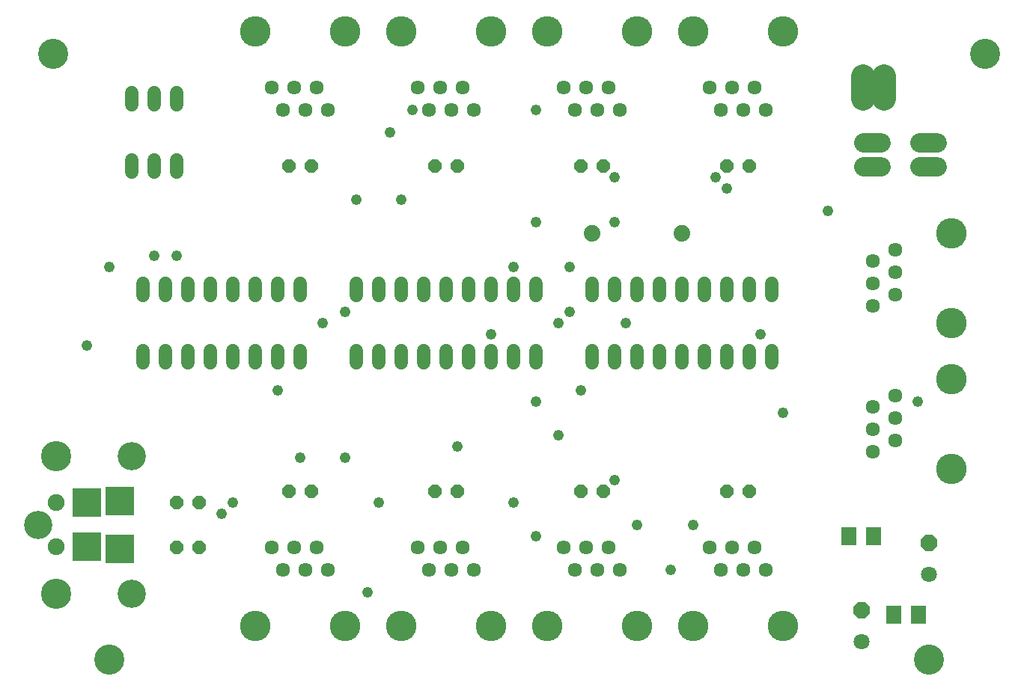
<source format=gbs>
G75*
G70*
%OFA0B0*%
%FSLAX24Y24*%
%IPPOS*%
%LPD*%
%AMOC8*
5,1,8,0,0,1.08239X$1,22.5*
%
%ADD10C,0.1340*%
%ADD11C,0.0600*%
%ADD12C,0.0634*%
%ADD13C,0.1360*%
%ADD14OC8,0.0600*%
%ADD15C,0.0740*%
%ADD16C,0.0867*%
%ADD17C,0.1261*%
%ADD18C,0.1346*%
%ADD19R,0.1261X0.1261*%
%ADD20C,0.0749*%
%ADD21C,0.1080*%
%ADD22R,0.0710X0.0789*%
%ADD23OC8,0.0710*%
%ADD24C,0.0710*%
%ADD25C,0.0480*%
D10*
X004105Y001712D03*
X040605Y001712D03*
X043105Y028712D03*
X001605Y028712D03*
D11*
X005105Y026972D02*
X005105Y026452D01*
X006105Y026452D02*
X006105Y026972D01*
X007105Y026972D02*
X007105Y026452D01*
X007105Y023972D02*
X007105Y023452D01*
X006105Y023452D02*
X006105Y023972D01*
X005105Y023972D02*
X005105Y023452D01*
X005605Y018472D02*
X005605Y017952D01*
X006605Y017952D02*
X006605Y018472D01*
X007605Y018472D02*
X007605Y017952D01*
X008605Y017952D02*
X008605Y018472D01*
X009605Y018472D02*
X009605Y017952D01*
X010605Y017952D02*
X010605Y018472D01*
X011605Y018472D02*
X011605Y017952D01*
X012605Y017952D02*
X012605Y018472D01*
X015105Y018472D02*
X015105Y017952D01*
X016105Y017952D02*
X016105Y018472D01*
X017105Y018472D02*
X017105Y017952D01*
X018105Y017952D02*
X018105Y018472D01*
X019105Y018472D02*
X019105Y017952D01*
X020105Y017952D02*
X020105Y018472D01*
X021105Y018472D02*
X021105Y017952D01*
X022105Y017952D02*
X022105Y018472D01*
X023105Y018472D02*
X023105Y017952D01*
X025605Y017952D02*
X025605Y018472D01*
X026605Y018472D02*
X026605Y017952D01*
X027605Y017952D02*
X027605Y018472D01*
X028605Y018472D02*
X028605Y017952D01*
X029605Y017952D02*
X029605Y018472D01*
X030605Y018472D02*
X030605Y017952D01*
X031605Y017952D02*
X031605Y018472D01*
X032605Y018472D02*
X032605Y017952D01*
X033605Y017952D02*
X033605Y018472D01*
X033605Y015472D02*
X033605Y014952D01*
X032605Y014952D02*
X032605Y015472D01*
X031605Y015472D02*
X031605Y014952D01*
X030605Y014952D02*
X030605Y015472D01*
X029605Y015472D02*
X029605Y014952D01*
X028605Y014952D02*
X028605Y015472D01*
X027605Y015472D02*
X027605Y014952D01*
X026605Y014952D02*
X026605Y015472D01*
X025605Y015472D02*
X025605Y014952D01*
X023105Y014952D02*
X023105Y015472D01*
X022105Y015472D02*
X022105Y014952D01*
X021105Y014952D02*
X021105Y015472D01*
X020105Y015472D02*
X020105Y014952D01*
X019105Y014952D02*
X019105Y015472D01*
X018105Y015472D02*
X018105Y014952D01*
X017105Y014952D02*
X017105Y015472D01*
X016105Y015472D02*
X016105Y014952D01*
X015105Y014952D02*
X015105Y015472D01*
X012605Y015472D02*
X012605Y014952D01*
X011605Y014952D02*
X011605Y015472D01*
X010605Y015472D02*
X010605Y014952D01*
X009605Y014952D02*
X009605Y015472D01*
X008605Y015472D02*
X008605Y014952D01*
X007605Y014952D02*
X007605Y015472D01*
X006605Y015472D02*
X006605Y014952D01*
X005605Y014952D02*
X005605Y015472D01*
D12*
X011355Y006712D03*
X012355Y006712D03*
X013355Y006712D03*
X013855Y005712D03*
X012855Y005712D03*
X011855Y005712D03*
X017855Y006712D03*
X018855Y006712D03*
X019855Y006712D03*
X020355Y005712D03*
X019355Y005712D03*
X018355Y005712D03*
X024355Y006712D03*
X025355Y006712D03*
X026355Y006712D03*
X026855Y005712D03*
X025855Y005712D03*
X024855Y005712D03*
X030855Y006712D03*
X031855Y006712D03*
X032855Y006712D03*
X033355Y005712D03*
X032355Y005712D03*
X031355Y005712D03*
X038105Y010962D03*
X039105Y011462D03*
X038105Y011962D03*
X039105Y012462D03*
X038105Y012962D03*
X039105Y013462D03*
X038105Y017462D03*
X039105Y017962D03*
X038105Y018462D03*
X039105Y018962D03*
X038105Y019462D03*
X039105Y019962D03*
X033355Y026212D03*
X032355Y026212D03*
X031355Y026212D03*
X031855Y027212D03*
X032855Y027212D03*
X030855Y027212D03*
X026855Y026212D03*
X025855Y026212D03*
X024855Y026212D03*
X025355Y027212D03*
X026355Y027212D03*
X024355Y027212D03*
X020355Y026212D03*
X019355Y026212D03*
X018355Y026212D03*
X018855Y027212D03*
X019855Y027212D03*
X017855Y027212D03*
X013855Y026212D03*
X012855Y026212D03*
X011855Y026212D03*
X012355Y027212D03*
X013355Y027212D03*
X011355Y027212D03*
D13*
X010605Y029712D03*
X014605Y029712D03*
X017105Y029712D03*
X021105Y029712D03*
X023605Y029712D03*
X027605Y029712D03*
X030105Y029712D03*
X034105Y029712D03*
X041605Y020712D03*
X041605Y016712D03*
X041605Y014212D03*
X041605Y010212D03*
X034105Y003212D03*
X030105Y003212D03*
X027605Y003212D03*
X023605Y003212D03*
X021105Y003212D03*
X017105Y003212D03*
X014605Y003212D03*
X010605Y003212D03*
D14*
X008105Y006712D03*
X007105Y006712D03*
X007105Y008712D03*
X008105Y008712D03*
X012105Y009212D03*
X013105Y009212D03*
X018605Y009212D03*
X019605Y009212D03*
X025105Y009212D03*
X026105Y009212D03*
X031605Y009212D03*
X032605Y009212D03*
X032605Y023712D03*
X031605Y023712D03*
X026105Y023712D03*
X025105Y023712D03*
X019605Y023712D03*
X018605Y023712D03*
X013105Y023712D03*
X012105Y023712D03*
D15*
X025605Y020712D03*
X029605Y020712D03*
D16*
X037711Y023682D02*
X038498Y023682D01*
X038498Y024742D02*
X037711Y024742D01*
X040211Y024742D02*
X040998Y024742D01*
X040998Y023682D02*
X040211Y023682D01*
D17*
X005105Y010783D03*
X000971Y007712D03*
X005105Y004641D03*
D18*
X001758Y004641D03*
X001758Y010783D03*
D19*
X003136Y008696D03*
X004573Y008775D03*
X004573Y006649D03*
X003136Y006727D03*
D20*
X001758Y006727D03*
X001758Y008696D03*
D21*
X037700Y026712D02*
X037700Y027712D01*
X038635Y027712D02*
X038635Y026712D01*
D22*
X038156Y007212D03*
X037054Y007212D03*
X039054Y003712D03*
X040156Y003712D03*
D23*
X037605Y003912D03*
X040605Y006912D03*
D24*
X040605Y005512D03*
X037605Y002512D03*
D25*
X030105Y007712D03*
X029105Y005712D03*
X027605Y007712D03*
X026605Y009712D03*
X024105Y011712D03*
X023105Y013212D03*
X025105Y013712D03*
X024105Y016712D03*
X024605Y017212D03*
X024605Y019212D03*
X022105Y019212D03*
X023105Y021212D03*
X026605Y021212D03*
X026605Y023212D03*
X023105Y026212D03*
X017605Y026212D03*
X016605Y025212D03*
X017105Y022212D03*
X015105Y022212D03*
X014605Y017212D03*
X013605Y016712D03*
X011605Y013712D03*
X012605Y010712D03*
X014605Y010712D03*
X016105Y008712D03*
X019605Y011212D03*
X022105Y008712D03*
X023105Y007212D03*
X015605Y004712D03*
X009605Y008712D03*
X009105Y008212D03*
X003105Y015712D03*
X004105Y019212D03*
X006105Y019712D03*
X007105Y019712D03*
X021105Y016212D03*
X027105Y016712D03*
X033105Y016212D03*
X034105Y012712D03*
X040105Y013212D03*
X036105Y021712D03*
X031605Y022712D03*
X031105Y023212D03*
M02*

</source>
